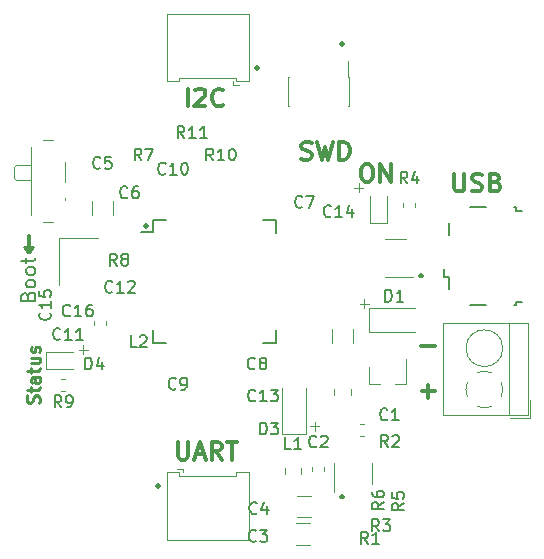
<source format=gbr>
G04 #@! TF.GenerationSoftware,KiCad,Pcbnew,(5.0.1)-4*
G04 #@! TF.CreationDate,2022-09-04T20:15:09+05:45*
G04 #@! TF.ProjectId,STM32_wiith_Buck_Converter,53544D33325F77696974685F4275636B,rev?*
G04 #@! TF.SameCoordinates,Original*
G04 #@! TF.FileFunction,Legend,Top*
G04 #@! TF.FilePolarity,Positive*
%FSLAX46Y46*%
G04 Gerber Fmt 4.6, Leading zero omitted, Abs format (unit mm)*
G04 Created by KiCad (PCBNEW (5.0.1)-4) date 04-Sep-22 8:15:09 PM*
%MOMM*%
%LPD*%
G01*
G04 APERTURE LIST*
%ADD10C,0.100000*%
%ADD11C,0.250000*%
%ADD12C,0.300000*%
%ADD13C,0.200000*%
%ADD14C,0.150000*%
%ADD15C,0.120000*%
G04 APERTURE END LIST*
D10*
X136019047Y-71971428D02*
X136780952Y-71971428D01*
X136400000Y-72352380D02*
X136400000Y-71590476D01*
X135519047Y-62171428D02*
X136280952Y-62171428D01*
X135900000Y-62552380D02*
X135900000Y-61790476D01*
X112219047Y-75871428D02*
X112980952Y-75871428D01*
X112600000Y-76252380D02*
X112600000Y-75490476D01*
X131819047Y-82371428D02*
X132580952Y-82371428D01*
X132200000Y-82752380D02*
X132200000Y-81990476D01*
D11*
X108845238Y-80383333D02*
X108897619Y-80226190D01*
X108897619Y-79964285D01*
X108845238Y-79859523D01*
X108792857Y-79807142D01*
X108688095Y-79754761D01*
X108583333Y-79754761D01*
X108478571Y-79807142D01*
X108426190Y-79859523D01*
X108373809Y-79964285D01*
X108321428Y-80173809D01*
X108269047Y-80278571D01*
X108216666Y-80330952D01*
X108111904Y-80383333D01*
X108007142Y-80383333D01*
X107902380Y-80330952D01*
X107850000Y-80278571D01*
X107797619Y-80173809D01*
X107797619Y-79911904D01*
X107850000Y-79754761D01*
X108164285Y-79440476D02*
X108164285Y-79021428D01*
X107797619Y-79283333D02*
X108740476Y-79283333D01*
X108845238Y-79230952D01*
X108897619Y-79126190D01*
X108897619Y-79021428D01*
X108897619Y-78183333D02*
X108321428Y-78183333D01*
X108216666Y-78235714D01*
X108164285Y-78340476D01*
X108164285Y-78550000D01*
X108216666Y-78654761D01*
X108845238Y-78183333D02*
X108897619Y-78288095D01*
X108897619Y-78550000D01*
X108845238Y-78654761D01*
X108740476Y-78707142D01*
X108635714Y-78707142D01*
X108530952Y-78654761D01*
X108478571Y-78550000D01*
X108478571Y-78288095D01*
X108426190Y-78183333D01*
X108164285Y-77816666D02*
X108164285Y-77397619D01*
X107797619Y-77659523D02*
X108740476Y-77659523D01*
X108845238Y-77607142D01*
X108897619Y-77502380D01*
X108897619Y-77397619D01*
X108164285Y-76559523D02*
X108897619Y-76559523D01*
X108164285Y-77030952D02*
X108740476Y-77030952D01*
X108845238Y-76978571D01*
X108897619Y-76873809D01*
X108897619Y-76716666D01*
X108845238Y-76611904D01*
X108792857Y-76559523D01*
X108845238Y-76088095D02*
X108897619Y-75983333D01*
X108897619Y-75773809D01*
X108845238Y-75669047D01*
X108740476Y-75616666D01*
X108688095Y-75616666D01*
X108583333Y-75669047D01*
X108530952Y-75773809D01*
X108530952Y-75930952D01*
X108478571Y-76035714D01*
X108373809Y-76088095D01*
X108321428Y-76088095D01*
X108216666Y-76035714D01*
X108164285Y-75930952D01*
X108164285Y-75773809D01*
X108216666Y-75669047D01*
D12*
X131064285Y-59707142D02*
X131278571Y-59778571D01*
X131635714Y-59778571D01*
X131778571Y-59707142D01*
X131850000Y-59635714D01*
X131921428Y-59492857D01*
X131921428Y-59350000D01*
X131850000Y-59207142D01*
X131778571Y-59135714D01*
X131635714Y-59064285D01*
X131350000Y-58992857D01*
X131207142Y-58921428D01*
X131135714Y-58850000D01*
X131064285Y-58707142D01*
X131064285Y-58564285D01*
X131135714Y-58421428D01*
X131207142Y-58350000D01*
X131350000Y-58278571D01*
X131707142Y-58278571D01*
X131921428Y-58350000D01*
X132421428Y-58278571D02*
X132778571Y-59778571D01*
X133064285Y-58707142D01*
X133350000Y-59778571D01*
X133707142Y-58278571D01*
X134278571Y-59778571D02*
X134278571Y-58278571D01*
X134635714Y-58278571D01*
X134850000Y-58350000D01*
X134992857Y-58492857D01*
X135064285Y-58635714D01*
X135135714Y-58921428D01*
X135135714Y-59135714D01*
X135064285Y-59421428D01*
X134992857Y-59564285D01*
X134850000Y-59707142D01*
X134635714Y-59778571D01*
X134278571Y-59778571D01*
D13*
X107914285Y-71342857D02*
X107971428Y-71171428D01*
X108028571Y-71114285D01*
X108142857Y-71057142D01*
X108314285Y-71057142D01*
X108428571Y-71114285D01*
X108485714Y-71171428D01*
X108542857Y-71285714D01*
X108542857Y-71742857D01*
X107342857Y-71742857D01*
X107342857Y-71342857D01*
X107400000Y-71228571D01*
X107457142Y-71171428D01*
X107571428Y-71114285D01*
X107685714Y-71114285D01*
X107800000Y-71171428D01*
X107857142Y-71228571D01*
X107914285Y-71342857D01*
X107914285Y-71742857D01*
X108542857Y-70371428D02*
X108485714Y-70485714D01*
X108428571Y-70542857D01*
X108314285Y-70600000D01*
X107971428Y-70600000D01*
X107857142Y-70542857D01*
X107800000Y-70485714D01*
X107742857Y-70371428D01*
X107742857Y-70200000D01*
X107800000Y-70085714D01*
X107857142Y-70028571D01*
X107971428Y-69971428D01*
X108314285Y-69971428D01*
X108428571Y-70028571D01*
X108485714Y-70085714D01*
X108542857Y-70200000D01*
X108542857Y-70371428D01*
X108542857Y-69285714D02*
X108485714Y-69400000D01*
X108428571Y-69457142D01*
X108314285Y-69514285D01*
X107971428Y-69514285D01*
X107857142Y-69457142D01*
X107800000Y-69400000D01*
X107742857Y-69285714D01*
X107742857Y-69114285D01*
X107800000Y-69000000D01*
X107857142Y-68942857D01*
X107971428Y-68885714D01*
X108314285Y-68885714D01*
X108428571Y-68942857D01*
X108485714Y-69000000D01*
X108542857Y-69114285D01*
X108542857Y-69285714D01*
X107742857Y-68542857D02*
X107742857Y-68085714D01*
X107342857Y-68371428D02*
X108371428Y-68371428D01*
X108485714Y-68314285D01*
X108542857Y-68200000D01*
X108542857Y-68085714D01*
D14*
G36*
X107900000Y-66200000D02*
X107900000Y-67200000D01*
X107600000Y-67200000D01*
X107900000Y-67700000D01*
X108100000Y-67700000D01*
X108400000Y-67200000D01*
X108100000Y-67200000D01*
X108100000Y-66200000D01*
X107900000Y-66200000D01*
G37*
X107900000Y-66200000D02*
X107900000Y-67200000D01*
X107600000Y-67200000D01*
X107900000Y-67700000D01*
X108100000Y-67700000D01*
X108400000Y-67200000D01*
X108100000Y-67200000D01*
X108100000Y-66200000D01*
X107900000Y-66200000D01*
D12*
X127300000Y-51935714D02*
X127371428Y-52007142D01*
X127300000Y-52078571D01*
X127228571Y-52007142D01*
X127300000Y-51935714D01*
X127300000Y-52078571D01*
X118900000Y-87335714D02*
X118971428Y-87407142D01*
X118900000Y-87478571D01*
X118828571Y-87407142D01*
X118900000Y-87335714D01*
X118900000Y-87478571D01*
X141200000Y-69535714D02*
X141271428Y-69607142D01*
X141200000Y-69678571D01*
X141128571Y-69607142D01*
X141200000Y-69535714D01*
X141200000Y-69678571D01*
X134500000Y-88235714D02*
X134571428Y-88307142D01*
X134500000Y-88378571D01*
X134428571Y-88307142D01*
X134500000Y-88235714D01*
X134500000Y-88378571D01*
X134500000Y-49935714D02*
X134571428Y-50007142D01*
X134500000Y-50078571D01*
X134428571Y-50007142D01*
X134500000Y-49935714D01*
X134500000Y-50078571D01*
X117900000Y-65335714D02*
X117971428Y-65407142D01*
X117900000Y-65478571D01*
X117828571Y-65407142D01*
X117900000Y-65335714D01*
X117900000Y-65478571D01*
X142371428Y-75592857D02*
X141228571Y-75592857D01*
X141807142Y-79971428D02*
X141807142Y-78828571D01*
X142378571Y-79400000D02*
X141235714Y-79400000D01*
X144007142Y-60978571D02*
X144007142Y-62192857D01*
X144078571Y-62335714D01*
X144150000Y-62407142D01*
X144292857Y-62478571D01*
X144578571Y-62478571D01*
X144721428Y-62407142D01*
X144792857Y-62335714D01*
X144864285Y-62192857D01*
X144864285Y-60978571D01*
X145507142Y-62407142D02*
X145721428Y-62478571D01*
X146078571Y-62478571D01*
X146221428Y-62407142D01*
X146292857Y-62335714D01*
X146364285Y-62192857D01*
X146364285Y-62050000D01*
X146292857Y-61907142D01*
X146221428Y-61835714D01*
X146078571Y-61764285D01*
X145792857Y-61692857D01*
X145650000Y-61621428D01*
X145578571Y-61550000D01*
X145507142Y-61407142D01*
X145507142Y-61264285D01*
X145578571Y-61121428D01*
X145650000Y-61050000D01*
X145792857Y-60978571D01*
X146150000Y-60978571D01*
X146364285Y-61050000D01*
X147507142Y-61692857D02*
X147721428Y-61764285D01*
X147792857Y-61835714D01*
X147864285Y-61978571D01*
X147864285Y-62192857D01*
X147792857Y-62335714D01*
X147721428Y-62407142D01*
X147578571Y-62478571D01*
X147007142Y-62478571D01*
X147007142Y-60978571D01*
X147507142Y-60978571D01*
X147650000Y-61050000D01*
X147721428Y-61121428D01*
X147792857Y-61264285D01*
X147792857Y-61407142D01*
X147721428Y-61550000D01*
X147650000Y-61621428D01*
X147507142Y-61692857D01*
X147007142Y-61692857D01*
X136471428Y-60178571D02*
X136757142Y-60178571D01*
X136900000Y-60250000D01*
X137042857Y-60392857D01*
X137114285Y-60678571D01*
X137114285Y-61178571D01*
X137042857Y-61464285D01*
X136900000Y-61607142D01*
X136757142Y-61678571D01*
X136471428Y-61678571D01*
X136328571Y-61607142D01*
X136185714Y-61464285D01*
X136114285Y-61178571D01*
X136114285Y-60678571D01*
X136185714Y-60392857D01*
X136328571Y-60250000D01*
X136471428Y-60178571D01*
X137757142Y-61678571D02*
X137757142Y-60178571D01*
X138614285Y-61678571D01*
X138614285Y-60178571D01*
X121435714Y-55278571D02*
X121435714Y-53778571D01*
X122078571Y-53921428D02*
X122150000Y-53850000D01*
X122292857Y-53778571D01*
X122650000Y-53778571D01*
X122792857Y-53850000D01*
X122864285Y-53921428D01*
X122935714Y-54064285D01*
X122935714Y-54207142D01*
X122864285Y-54421428D01*
X122007142Y-55278571D01*
X122935714Y-55278571D01*
X124435714Y-55135714D02*
X124364285Y-55207142D01*
X124150000Y-55278571D01*
X124007142Y-55278571D01*
X123792857Y-55207142D01*
X123650000Y-55064285D01*
X123578571Y-54921428D01*
X123507142Y-54635714D01*
X123507142Y-54421428D01*
X123578571Y-54135714D01*
X123650000Y-53992857D01*
X123792857Y-53850000D01*
X124007142Y-53778571D01*
X124150000Y-53778571D01*
X124364285Y-53850000D01*
X124435714Y-53921428D01*
X120607142Y-83678571D02*
X120607142Y-84892857D01*
X120678571Y-85035714D01*
X120750000Y-85107142D01*
X120892857Y-85178571D01*
X121178571Y-85178571D01*
X121321428Y-85107142D01*
X121392857Y-85035714D01*
X121464285Y-84892857D01*
X121464285Y-83678571D01*
X122107142Y-84750000D02*
X122821428Y-84750000D01*
X121964285Y-85178571D02*
X122464285Y-83678571D01*
X122964285Y-85178571D01*
X124321428Y-85178571D02*
X123821428Y-84464285D01*
X123464285Y-85178571D02*
X123464285Y-83678571D01*
X124035714Y-83678571D01*
X124178571Y-83750000D01*
X124250000Y-83821428D01*
X124321428Y-83964285D01*
X124321428Y-84178571D01*
X124250000Y-84321428D01*
X124178571Y-84392857D01*
X124035714Y-84464285D01*
X123464285Y-84464285D01*
X124750000Y-83678571D02*
X125607142Y-83678571D01*
X125178571Y-85178571D02*
X125178571Y-83678571D01*
D15*
G04 #@! TO.C,L1*
X131060000Y-85853922D02*
X131060000Y-86371078D01*
X129640000Y-85853922D02*
X129640000Y-86371078D01*
D14*
G04 #@! TO.C,J5*
X145300000Y-72100000D02*
X146700000Y-72100000D01*
X149100000Y-72100000D02*
X149250000Y-72100000D01*
X149250000Y-72100000D02*
X149250000Y-71800000D01*
X149250000Y-71800000D02*
X149700000Y-71800000D01*
X149700000Y-64100000D02*
X149250000Y-64100000D01*
X149250000Y-64100000D02*
X149250000Y-63800000D01*
X149250000Y-63800000D02*
X149100000Y-63800000D01*
X146700000Y-63800000D02*
X145300000Y-63800000D01*
X143125000Y-69025000D02*
X143125000Y-69750000D01*
X143125000Y-69750000D02*
X143550000Y-69750000D01*
X143550000Y-69750000D02*
X143550000Y-70750000D01*
X143550000Y-66150000D02*
X143550000Y-65150000D01*
D15*
G04 #@! TO.C,R4*
X139690000Y-63800279D02*
X139690000Y-63474721D01*
X140710000Y-63800279D02*
X140710000Y-63474721D01*
G04 #@! TO.C,C11*
X113490000Y-73437221D02*
X113490000Y-73762779D01*
X114510000Y-73437221D02*
X114510000Y-73762779D01*
G04 #@! TO.C,C1*
X136049721Y-83210000D02*
X136375279Y-83210000D01*
X136049721Y-82190000D02*
X136375279Y-82190000D01*
G04 #@! TO.C,C2*
X133010000Y-85837221D02*
X133010000Y-86162779D01*
X131990000Y-85837221D02*
X131990000Y-86162779D01*
G04 #@! TO.C,C3*
X130597936Y-90590000D02*
X131802064Y-90590000D01*
X130597936Y-92410000D02*
X131802064Y-92410000D01*
G04 #@! TO.C,C4*
X130647936Y-88240000D02*
X131852064Y-88240000D01*
X130647936Y-90060000D02*
X131852064Y-90060000D01*
G04 #@! TO.C,C5*
X115110000Y-64502064D02*
X115110000Y-63297936D01*
X113290000Y-64502064D02*
X113290000Y-63297936D01*
G04 #@! TO.C,D1*
X136800000Y-72350000D02*
X136800000Y-74350000D01*
X136800000Y-74350000D02*
X140700000Y-74350000D01*
X136800000Y-72350000D02*
X140700000Y-72350000D01*
G04 #@! TO.C,D2*
X138335000Y-65122500D02*
X138335000Y-62837500D01*
X136865000Y-65122500D02*
X138335000Y-65122500D01*
X136865000Y-62837500D02*
X136865000Y-65122500D01*
G04 #@! TO.C,D3*
X129450000Y-83000000D02*
X129450000Y-79100000D01*
X131450000Y-83000000D02*
X131450000Y-79100000D01*
X129450000Y-83000000D02*
X131450000Y-83000000D01*
G04 #@! TO.C,D4*
X111700000Y-76065000D02*
X109415000Y-76065000D01*
X109415000Y-76065000D02*
X109415000Y-77535000D01*
X109415000Y-77535000D02*
X111700000Y-77535000D01*
G04 #@! TO.C,F1*
X135460000Y-75352064D02*
X135460000Y-74147936D01*
X133640000Y-75352064D02*
X133640000Y-74147936D01*
G04 #@! TO.C,FB1*
X135260000Y-79191422D02*
X135260000Y-79708578D01*
X133840000Y-79191422D02*
X133840000Y-79708578D01*
G04 #@! TO.C,J1*
X135060000Y-52790000D02*
X135060000Y-55210000D01*
X129940000Y-52790000D02*
X129940000Y-55210000D01*
X135010000Y-51410000D02*
X135010000Y-52790000D01*
X135060000Y-52790000D02*
X135010000Y-52790000D01*
X135060000Y-55210000D02*
X135010000Y-55210000D01*
X129990000Y-52790000D02*
X129940000Y-52790000D01*
X129990000Y-55210000D02*
X129940000Y-55210000D01*
G04 #@! TO.C,J2*
X147981385Y-78642413D02*
G75*
G02X148105000Y-79250000I-1431385J-607587D01*
G01*
X145942258Y-77817891D02*
G75*
G02X147158000Y-77818000I607742J-1432109D01*
G01*
X145117891Y-79857742D02*
G75*
G02X145118000Y-78642000I1432109J607742D01*
G01*
X147157742Y-80682109D02*
G75*
G02X145942000Y-80682000I-607742J1432109D01*
G01*
X148105492Y-79222989D02*
G75*
G02X147982000Y-79858000I-1555492J-27011D01*
G01*
X148105000Y-75750000D02*
G75*
G03X148105000Y-75750000I-1555000J0D01*
G01*
X148650000Y-81410000D02*
X148650000Y-73590000D01*
X143090000Y-81410000D02*
X143090000Y-73590000D01*
X150210000Y-81410000D02*
X150210000Y-73590000D01*
X143090000Y-81410000D02*
X150210000Y-81410000D01*
X143090000Y-73590000D02*
X150210000Y-73590000D01*
X148710000Y-81650000D02*
X150450000Y-81650000D01*
X150450000Y-81650000D02*
X150450000Y-80150000D01*
G04 #@! TO.C,J3*
X121000000Y-86250000D02*
X121000000Y-85950000D01*
X121000000Y-85950000D02*
X120500000Y-85950000D01*
X123125000Y-86540000D02*
X120710000Y-86540000D01*
X120710000Y-86540000D02*
X120710000Y-86240000D01*
X120710000Y-86240000D02*
X119640000Y-86240000D01*
X119640000Y-86240000D02*
X119640000Y-91960000D01*
X119640000Y-91960000D02*
X123125000Y-91960000D01*
X123125000Y-86540000D02*
X125540000Y-86540000D01*
X125540000Y-86540000D02*
X125540000Y-86240000D01*
X125540000Y-86240000D02*
X126610000Y-86240000D01*
X126610000Y-86240000D02*
X126610000Y-91960000D01*
X126610000Y-91960000D02*
X123125000Y-91960000D01*
G04 #@! TO.C,J4*
X119640000Y-47440000D02*
X123125000Y-47440000D01*
X119640000Y-53160000D02*
X119640000Y-47440000D01*
X120710000Y-53160000D02*
X119640000Y-53160000D01*
X120710000Y-52860000D02*
X120710000Y-53160000D01*
X123125000Y-52860000D02*
X120710000Y-52860000D01*
X126610000Y-47440000D02*
X123125000Y-47440000D01*
X126610000Y-53160000D02*
X126610000Y-47440000D01*
X125540000Y-53160000D02*
X126610000Y-53160000D01*
X125540000Y-52860000D02*
X125540000Y-53160000D01*
X123125000Y-52860000D02*
X125540000Y-52860000D01*
X125250000Y-53450000D02*
X125750000Y-53450000D01*
X125250000Y-53150000D02*
X125250000Y-53450000D01*
G04 #@! TO.C,Q1*
X136770000Y-78810000D02*
X137700000Y-78810000D01*
X139930000Y-78810000D02*
X139000000Y-78810000D01*
X139930000Y-78810000D02*
X139930000Y-76650000D01*
X136770000Y-78810000D02*
X136770000Y-77350000D01*
G04 #@! TO.C,R9*
X110737221Y-78390000D02*
X111062779Y-78390000D01*
X110737221Y-79410000D02*
X111062779Y-79410000D01*
G04 #@! TO.C,SW1*
X111050000Y-63000000D02*
X111050000Y-63200000D01*
X106910000Y-60200000D02*
X106700000Y-60400000D01*
X106910000Y-61500000D02*
X106700000Y-61300000D01*
X108200000Y-60200000D02*
X106910000Y-60200000D01*
X106700000Y-60400000D02*
X106700000Y-61300000D01*
X106910000Y-61500000D02*
X108200000Y-61500000D01*
X108200000Y-58750000D02*
X108200000Y-64450000D01*
X111050000Y-60000000D02*
X111050000Y-61700000D01*
X110000000Y-58150000D02*
X109210000Y-58150000D01*
X109210000Y-65050000D02*
X110000000Y-65050000D01*
G04 #@! TO.C,U1*
X133840000Y-85450000D02*
X133840000Y-87900000D01*
X137060000Y-87250000D02*
X137060000Y-85450000D01*
G04 #@! TO.C,U2*
X139900000Y-66490000D02*
X138100000Y-66490000D01*
X138100000Y-69710000D02*
X140550000Y-69710000D01*
D14*
G04 #@! TO.C,U3*
X118525000Y-64925000D02*
X118525000Y-65925000D01*
X128875000Y-64925000D02*
X128875000Y-66000000D01*
X128875000Y-75275000D02*
X128875000Y-74200000D01*
X118525000Y-75275000D02*
X118525000Y-74200000D01*
X118525000Y-64925000D02*
X119600000Y-64925000D01*
X118525000Y-75275000D02*
X119600000Y-75275000D01*
X128875000Y-75275000D02*
X127800000Y-75275000D01*
X128875000Y-64925000D02*
X127800000Y-64925000D01*
X118525000Y-65925000D02*
X117500000Y-65925000D01*
D15*
G04 #@! TO.C,Y1*
X113850000Y-66400000D02*
X110550000Y-66400000D01*
X110550000Y-66400000D02*
X110550000Y-70400000D01*
G04 #@! TO.C,L1*
D14*
X130183333Y-84302380D02*
X129707142Y-84302380D01*
X129707142Y-83302380D01*
X131040476Y-84302380D02*
X130469047Y-84302380D01*
X130754761Y-84302380D02*
X130754761Y-83302380D01*
X130659523Y-83445238D01*
X130564285Y-83540476D01*
X130469047Y-83588095D01*
G04 #@! TO.C,R4*
X140033333Y-61802380D02*
X139700000Y-61326190D01*
X139461904Y-61802380D02*
X139461904Y-60802380D01*
X139842857Y-60802380D01*
X139938095Y-60850000D01*
X139985714Y-60897619D01*
X140033333Y-60992857D01*
X140033333Y-61135714D01*
X139985714Y-61230952D01*
X139938095Y-61278571D01*
X139842857Y-61326190D01*
X139461904Y-61326190D01*
X140890476Y-61135714D02*
X140890476Y-61802380D01*
X140652380Y-60754761D02*
X140414285Y-61469047D01*
X141033333Y-61469047D01*
G04 #@! TO.C,R1*
X136683333Y-92302380D02*
X136350000Y-91826190D01*
X136111904Y-92302380D02*
X136111904Y-91302380D01*
X136492857Y-91302380D01*
X136588095Y-91350000D01*
X136635714Y-91397619D01*
X136683333Y-91492857D01*
X136683333Y-91635714D01*
X136635714Y-91730952D01*
X136588095Y-91778571D01*
X136492857Y-91826190D01*
X136111904Y-91826190D01*
X137635714Y-92302380D02*
X137064285Y-92302380D01*
X137350000Y-92302380D02*
X137350000Y-91302380D01*
X137254761Y-91445238D01*
X137159523Y-91540476D01*
X137064285Y-91588095D01*
G04 #@! TO.C,R3*
X137633333Y-91252380D02*
X137300000Y-90776190D01*
X137061904Y-91252380D02*
X137061904Y-90252380D01*
X137442857Y-90252380D01*
X137538095Y-90300000D01*
X137585714Y-90347619D01*
X137633333Y-90442857D01*
X137633333Y-90585714D01*
X137585714Y-90680952D01*
X137538095Y-90728571D01*
X137442857Y-90776190D01*
X137061904Y-90776190D01*
X137966666Y-90252380D02*
X138585714Y-90252380D01*
X138252380Y-90633333D01*
X138395238Y-90633333D01*
X138490476Y-90680952D01*
X138538095Y-90728571D01*
X138585714Y-90823809D01*
X138585714Y-91061904D01*
X138538095Y-91157142D01*
X138490476Y-91204761D01*
X138395238Y-91252380D01*
X138109523Y-91252380D01*
X138014285Y-91204761D01*
X137966666Y-91157142D01*
G04 #@! TO.C,R6*
X138052380Y-88766666D02*
X137576190Y-89100000D01*
X138052380Y-89338095D02*
X137052380Y-89338095D01*
X137052380Y-88957142D01*
X137100000Y-88861904D01*
X137147619Y-88814285D01*
X137242857Y-88766666D01*
X137385714Y-88766666D01*
X137480952Y-88814285D01*
X137528571Y-88861904D01*
X137576190Y-88957142D01*
X137576190Y-89338095D01*
X137052380Y-87909523D02*
X137052380Y-88100000D01*
X137100000Y-88195238D01*
X137147619Y-88242857D01*
X137290476Y-88338095D01*
X137480952Y-88385714D01*
X137861904Y-88385714D01*
X137957142Y-88338095D01*
X138004761Y-88290476D01*
X138052380Y-88195238D01*
X138052380Y-88004761D01*
X138004761Y-87909523D01*
X137957142Y-87861904D01*
X137861904Y-87814285D01*
X137623809Y-87814285D01*
X137528571Y-87861904D01*
X137480952Y-87909523D01*
X137433333Y-88004761D01*
X137433333Y-88195238D01*
X137480952Y-88290476D01*
X137528571Y-88338095D01*
X137623809Y-88385714D01*
G04 #@! TO.C,C12*
X115057142Y-70957142D02*
X115009523Y-71004761D01*
X114866666Y-71052380D01*
X114771428Y-71052380D01*
X114628571Y-71004761D01*
X114533333Y-70909523D01*
X114485714Y-70814285D01*
X114438095Y-70623809D01*
X114438095Y-70480952D01*
X114485714Y-70290476D01*
X114533333Y-70195238D01*
X114628571Y-70100000D01*
X114771428Y-70052380D01*
X114866666Y-70052380D01*
X115009523Y-70100000D01*
X115057142Y-70147619D01*
X116009523Y-71052380D02*
X115438095Y-71052380D01*
X115723809Y-71052380D02*
X115723809Y-70052380D01*
X115628571Y-70195238D01*
X115533333Y-70290476D01*
X115438095Y-70338095D01*
X116390476Y-70147619D02*
X116438095Y-70100000D01*
X116533333Y-70052380D01*
X116771428Y-70052380D01*
X116866666Y-70100000D01*
X116914285Y-70147619D01*
X116961904Y-70242857D01*
X116961904Y-70338095D01*
X116914285Y-70480952D01*
X116342857Y-71052380D01*
X116961904Y-71052380D01*
G04 #@! TO.C,C14*
X133557142Y-64557142D02*
X133509523Y-64604761D01*
X133366666Y-64652380D01*
X133271428Y-64652380D01*
X133128571Y-64604761D01*
X133033333Y-64509523D01*
X132985714Y-64414285D01*
X132938095Y-64223809D01*
X132938095Y-64080952D01*
X132985714Y-63890476D01*
X133033333Y-63795238D01*
X133128571Y-63700000D01*
X133271428Y-63652380D01*
X133366666Y-63652380D01*
X133509523Y-63700000D01*
X133557142Y-63747619D01*
X134509523Y-64652380D02*
X133938095Y-64652380D01*
X134223809Y-64652380D02*
X134223809Y-63652380D01*
X134128571Y-63795238D01*
X134033333Y-63890476D01*
X133938095Y-63938095D01*
X135366666Y-63985714D02*
X135366666Y-64652380D01*
X135128571Y-63604761D02*
X134890476Y-64319047D01*
X135509523Y-64319047D01*
G04 #@! TO.C,C13*
X127172142Y-80157142D02*
X127124523Y-80204761D01*
X126981666Y-80252380D01*
X126886428Y-80252380D01*
X126743571Y-80204761D01*
X126648333Y-80109523D01*
X126600714Y-80014285D01*
X126553095Y-79823809D01*
X126553095Y-79680952D01*
X126600714Y-79490476D01*
X126648333Y-79395238D01*
X126743571Y-79300000D01*
X126886428Y-79252380D01*
X126981666Y-79252380D01*
X127124523Y-79300000D01*
X127172142Y-79347619D01*
X128124523Y-80252380D02*
X127553095Y-80252380D01*
X127838809Y-80252380D02*
X127838809Y-79252380D01*
X127743571Y-79395238D01*
X127648333Y-79490476D01*
X127553095Y-79538095D01*
X128457857Y-79252380D02*
X129076904Y-79252380D01*
X128743571Y-79633333D01*
X128886428Y-79633333D01*
X128981666Y-79680952D01*
X129029285Y-79728571D01*
X129076904Y-79823809D01*
X129076904Y-80061904D01*
X129029285Y-80157142D01*
X128981666Y-80204761D01*
X128886428Y-80252380D01*
X128600714Y-80252380D01*
X128505476Y-80204761D01*
X128457857Y-80157142D01*
G04 #@! TO.C,C6*
X116333333Y-62957142D02*
X116285714Y-63004761D01*
X116142857Y-63052380D01*
X116047619Y-63052380D01*
X115904761Y-63004761D01*
X115809523Y-62909523D01*
X115761904Y-62814285D01*
X115714285Y-62623809D01*
X115714285Y-62480952D01*
X115761904Y-62290476D01*
X115809523Y-62195238D01*
X115904761Y-62100000D01*
X116047619Y-62052380D01*
X116142857Y-62052380D01*
X116285714Y-62100000D01*
X116333333Y-62147619D01*
X117190476Y-62052380D02*
X117000000Y-62052380D01*
X116904761Y-62100000D01*
X116857142Y-62147619D01*
X116761904Y-62290476D01*
X116714285Y-62480952D01*
X116714285Y-62861904D01*
X116761904Y-62957142D01*
X116809523Y-63004761D01*
X116904761Y-63052380D01*
X117095238Y-63052380D01*
X117190476Y-63004761D01*
X117238095Y-62957142D01*
X117285714Y-62861904D01*
X117285714Y-62623809D01*
X117238095Y-62528571D01*
X117190476Y-62480952D01*
X117095238Y-62433333D01*
X116904761Y-62433333D01*
X116809523Y-62480952D01*
X116761904Y-62528571D01*
X116714285Y-62623809D01*
G04 #@! TO.C,C7*
X131133333Y-63757142D02*
X131085714Y-63804761D01*
X130942857Y-63852380D01*
X130847619Y-63852380D01*
X130704761Y-63804761D01*
X130609523Y-63709523D01*
X130561904Y-63614285D01*
X130514285Y-63423809D01*
X130514285Y-63280952D01*
X130561904Y-63090476D01*
X130609523Y-62995238D01*
X130704761Y-62900000D01*
X130847619Y-62852380D01*
X130942857Y-62852380D01*
X131085714Y-62900000D01*
X131133333Y-62947619D01*
X131466666Y-62852380D02*
X132133333Y-62852380D01*
X131704761Y-63852380D01*
G04 #@! TO.C,C8*
X127133333Y-77457142D02*
X127085714Y-77504761D01*
X126942857Y-77552380D01*
X126847619Y-77552380D01*
X126704761Y-77504761D01*
X126609523Y-77409523D01*
X126561904Y-77314285D01*
X126514285Y-77123809D01*
X126514285Y-76980952D01*
X126561904Y-76790476D01*
X126609523Y-76695238D01*
X126704761Y-76600000D01*
X126847619Y-76552380D01*
X126942857Y-76552380D01*
X127085714Y-76600000D01*
X127133333Y-76647619D01*
X127704761Y-76980952D02*
X127609523Y-76933333D01*
X127561904Y-76885714D01*
X127514285Y-76790476D01*
X127514285Y-76742857D01*
X127561904Y-76647619D01*
X127609523Y-76600000D01*
X127704761Y-76552380D01*
X127895238Y-76552380D01*
X127990476Y-76600000D01*
X128038095Y-76647619D01*
X128085714Y-76742857D01*
X128085714Y-76790476D01*
X128038095Y-76885714D01*
X127990476Y-76933333D01*
X127895238Y-76980952D01*
X127704761Y-76980952D01*
X127609523Y-77028571D01*
X127561904Y-77076190D01*
X127514285Y-77171428D01*
X127514285Y-77361904D01*
X127561904Y-77457142D01*
X127609523Y-77504761D01*
X127704761Y-77552380D01*
X127895238Y-77552380D01*
X127990476Y-77504761D01*
X128038095Y-77457142D01*
X128085714Y-77361904D01*
X128085714Y-77171428D01*
X128038095Y-77076190D01*
X127990476Y-77028571D01*
X127895238Y-76980952D01*
G04 #@! TO.C,C9*
X120433333Y-79157142D02*
X120385714Y-79204761D01*
X120242857Y-79252380D01*
X120147619Y-79252380D01*
X120004761Y-79204761D01*
X119909523Y-79109523D01*
X119861904Y-79014285D01*
X119814285Y-78823809D01*
X119814285Y-78680952D01*
X119861904Y-78490476D01*
X119909523Y-78395238D01*
X120004761Y-78300000D01*
X120147619Y-78252380D01*
X120242857Y-78252380D01*
X120385714Y-78300000D01*
X120433333Y-78347619D01*
X120909523Y-79252380D02*
X121100000Y-79252380D01*
X121195238Y-79204761D01*
X121242857Y-79157142D01*
X121338095Y-79014285D01*
X121385714Y-78823809D01*
X121385714Y-78442857D01*
X121338095Y-78347619D01*
X121290476Y-78300000D01*
X121195238Y-78252380D01*
X121004761Y-78252380D01*
X120909523Y-78300000D01*
X120861904Y-78347619D01*
X120814285Y-78442857D01*
X120814285Y-78680952D01*
X120861904Y-78776190D01*
X120909523Y-78823809D01*
X121004761Y-78871428D01*
X121195238Y-78871428D01*
X121290476Y-78823809D01*
X121338095Y-78776190D01*
X121385714Y-78680952D01*
G04 #@! TO.C,C10*
X119557142Y-60957142D02*
X119509523Y-61004761D01*
X119366666Y-61052380D01*
X119271428Y-61052380D01*
X119128571Y-61004761D01*
X119033333Y-60909523D01*
X118985714Y-60814285D01*
X118938095Y-60623809D01*
X118938095Y-60480952D01*
X118985714Y-60290476D01*
X119033333Y-60195238D01*
X119128571Y-60100000D01*
X119271428Y-60052380D01*
X119366666Y-60052380D01*
X119509523Y-60100000D01*
X119557142Y-60147619D01*
X120509523Y-61052380D02*
X119938095Y-61052380D01*
X120223809Y-61052380D02*
X120223809Y-60052380D01*
X120128571Y-60195238D01*
X120033333Y-60290476D01*
X119938095Y-60338095D01*
X121128571Y-60052380D02*
X121223809Y-60052380D01*
X121319047Y-60100000D01*
X121366666Y-60147619D01*
X121414285Y-60242857D01*
X121461904Y-60433333D01*
X121461904Y-60671428D01*
X121414285Y-60861904D01*
X121366666Y-60957142D01*
X121319047Y-61004761D01*
X121223809Y-61052380D01*
X121128571Y-61052380D01*
X121033333Y-61004761D01*
X120985714Y-60957142D01*
X120938095Y-60861904D01*
X120890476Y-60671428D01*
X120890476Y-60433333D01*
X120938095Y-60242857D01*
X120985714Y-60147619D01*
X121033333Y-60100000D01*
X121128571Y-60052380D01*
G04 #@! TO.C,C11*
X110657142Y-74957142D02*
X110609523Y-75004761D01*
X110466666Y-75052380D01*
X110371428Y-75052380D01*
X110228571Y-75004761D01*
X110133333Y-74909523D01*
X110085714Y-74814285D01*
X110038095Y-74623809D01*
X110038095Y-74480952D01*
X110085714Y-74290476D01*
X110133333Y-74195238D01*
X110228571Y-74100000D01*
X110371428Y-74052380D01*
X110466666Y-74052380D01*
X110609523Y-74100000D01*
X110657142Y-74147619D01*
X111609523Y-75052380D02*
X111038095Y-75052380D01*
X111323809Y-75052380D02*
X111323809Y-74052380D01*
X111228571Y-74195238D01*
X111133333Y-74290476D01*
X111038095Y-74338095D01*
X112561904Y-75052380D02*
X111990476Y-75052380D01*
X112276190Y-75052380D02*
X112276190Y-74052380D01*
X112180952Y-74195238D01*
X112085714Y-74290476D01*
X111990476Y-74338095D01*
G04 #@! TO.C,C16*
X111487142Y-72957142D02*
X111439523Y-73004761D01*
X111296666Y-73052380D01*
X111201428Y-73052380D01*
X111058571Y-73004761D01*
X110963333Y-72909523D01*
X110915714Y-72814285D01*
X110868095Y-72623809D01*
X110868095Y-72480952D01*
X110915714Y-72290476D01*
X110963333Y-72195238D01*
X111058571Y-72100000D01*
X111201428Y-72052380D01*
X111296666Y-72052380D01*
X111439523Y-72100000D01*
X111487142Y-72147619D01*
X112439523Y-73052380D02*
X111868095Y-73052380D01*
X112153809Y-73052380D02*
X112153809Y-72052380D01*
X112058571Y-72195238D01*
X111963333Y-72290476D01*
X111868095Y-72338095D01*
X113296666Y-72052380D02*
X113106190Y-72052380D01*
X113010952Y-72100000D01*
X112963333Y-72147619D01*
X112868095Y-72290476D01*
X112820476Y-72480952D01*
X112820476Y-72861904D01*
X112868095Y-72957142D01*
X112915714Y-73004761D01*
X113010952Y-73052380D01*
X113201428Y-73052380D01*
X113296666Y-73004761D01*
X113344285Y-72957142D01*
X113391904Y-72861904D01*
X113391904Y-72623809D01*
X113344285Y-72528571D01*
X113296666Y-72480952D01*
X113201428Y-72433333D01*
X113010952Y-72433333D01*
X112915714Y-72480952D01*
X112868095Y-72528571D01*
X112820476Y-72623809D01*
G04 #@! TO.C,C15*
X109757142Y-72742857D02*
X109804761Y-72790476D01*
X109852380Y-72933333D01*
X109852380Y-73028571D01*
X109804761Y-73171428D01*
X109709523Y-73266666D01*
X109614285Y-73314285D01*
X109423809Y-73361904D01*
X109280952Y-73361904D01*
X109090476Y-73314285D01*
X108995238Y-73266666D01*
X108900000Y-73171428D01*
X108852380Y-73028571D01*
X108852380Y-72933333D01*
X108900000Y-72790476D01*
X108947619Y-72742857D01*
X109852380Y-71790476D02*
X109852380Y-72361904D01*
X109852380Y-72076190D02*
X108852380Y-72076190D01*
X108995238Y-72171428D01*
X109090476Y-72266666D01*
X109138095Y-72361904D01*
X108852380Y-70885714D02*
X108852380Y-71361904D01*
X109328571Y-71409523D01*
X109280952Y-71361904D01*
X109233333Y-71266666D01*
X109233333Y-71028571D01*
X109280952Y-70933333D01*
X109328571Y-70885714D01*
X109423809Y-70838095D01*
X109661904Y-70838095D01*
X109757142Y-70885714D01*
X109804761Y-70933333D01*
X109852380Y-71028571D01*
X109852380Y-71266666D01*
X109804761Y-71361904D01*
X109757142Y-71409523D01*
G04 #@! TO.C,C1*
X138333333Y-81757142D02*
X138285714Y-81804761D01*
X138142857Y-81852380D01*
X138047619Y-81852380D01*
X137904761Y-81804761D01*
X137809523Y-81709523D01*
X137761904Y-81614285D01*
X137714285Y-81423809D01*
X137714285Y-81280952D01*
X137761904Y-81090476D01*
X137809523Y-80995238D01*
X137904761Y-80900000D01*
X138047619Y-80852380D01*
X138142857Y-80852380D01*
X138285714Y-80900000D01*
X138333333Y-80947619D01*
X139285714Y-81852380D02*
X138714285Y-81852380D01*
X139000000Y-81852380D02*
X139000000Y-80852380D01*
X138904761Y-80995238D01*
X138809523Y-81090476D01*
X138714285Y-81138095D01*
G04 #@! TO.C,C2*
X132333333Y-84057142D02*
X132285714Y-84104761D01*
X132142857Y-84152380D01*
X132047619Y-84152380D01*
X131904761Y-84104761D01*
X131809523Y-84009523D01*
X131761904Y-83914285D01*
X131714285Y-83723809D01*
X131714285Y-83580952D01*
X131761904Y-83390476D01*
X131809523Y-83295238D01*
X131904761Y-83200000D01*
X132047619Y-83152380D01*
X132142857Y-83152380D01*
X132285714Y-83200000D01*
X132333333Y-83247619D01*
X132714285Y-83247619D02*
X132761904Y-83200000D01*
X132857142Y-83152380D01*
X133095238Y-83152380D01*
X133190476Y-83200000D01*
X133238095Y-83247619D01*
X133285714Y-83342857D01*
X133285714Y-83438095D01*
X133238095Y-83580952D01*
X132666666Y-84152380D01*
X133285714Y-84152380D01*
G04 #@! TO.C,C3*
X127208333Y-92032142D02*
X127160714Y-92079761D01*
X127017857Y-92127380D01*
X126922619Y-92127380D01*
X126779761Y-92079761D01*
X126684523Y-91984523D01*
X126636904Y-91889285D01*
X126589285Y-91698809D01*
X126589285Y-91555952D01*
X126636904Y-91365476D01*
X126684523Y-91270238D01*
X126779761Y-91175000D01*
X126922619Y-91127380D01*
X127017857Y-91127380D01*
X127160714Y-91175000D01*
X127208333Y-91222619D01*
X127541666Y-91127380D02*
X128160714Y-91127380D01*
X127827380Y-91508333D01*
X127970238Y-91508333D01*
X128065476Y-91555952D01*
X128113095Y-91603571D01*
X128160714Y-91698809D01*
X128160714Y-91936904D01*
X128113095Y-92032142D01*
X128065476Y-92079761D01*
X127970238Y-92127380D01*
X127684523Y-92127380D01*
X127589285Y-92079761D01*
X127541666Y-92032142D01*
G04 #@! TO.C,C4*
X127283333Y-89707142D02*
X127235714Y-89754761D01*
X127092857Y-89802380D01*
X126997619Y-89802380D01*
X126854761Y-89754761D01*
X126759523Y-89659523D01*
X126711904Y-89564285D01*
X126664285Y-89373809D01*
X126664285Y-89230952D01*
X126711904Y-89040476D01*
X126759523Y-88945238D01*
X126854761Y-88850000D01*
X126997619Y-88802380D01*
X127092857Y-88802380D01*
X127235714Y-88850000D01*
X127283333Y-88897619D01*
X128140476Y-89135714D02*
X128140476Y-89802380D01*
X127902380Y-88754761D02*
X127664285Y-89469047D01*
X128283333Y-89469047D01*
G04 #@! TO.C,C5*
X114033333Y-60457142D02*
X113985714Y-60504761D01*
X113842857Y-60552380D01*
X113747619Y-60552380D01*
X113604761Y-60504761D01*
X113509523Y-60409523D01*
X113461904Y-60314285D01*
X113414285Y-60123809D01*
X113414285Y-59980952D01*
X113461904Y-59790476D01*
X113509523Y-59695238D01*
X113604761Y-59600000D01*
X113747619Y-59552380D01*
X113842857Y-59552380D01*
X113985714Y-59600000D01*
X114033333Y-59647619D01*
X114938095Y-59552380D02*
X114461904Y-59552380D01*
X114414285Y-60028571D01*
X114461904Y-59980952D01*
X114557142Y-59933333D01*
X114795238Y-59933333D01*
X114890476Y-59980952D01*
X114938095Y-60028571D01*
X114985714Y-60123809D01*
X114985714Y-60361904D01*
X114938095Y-60457142D01*
X114890476Y-60504761D01*
X114795238Y-60552380D01*
X114557142Y-60552380D01*
X114461904Y-60504761D01*
X114414285Y-60457142D01*
G04 #@! TO.C,D1*
X138161904Y-71802380D02*
X138161904Y-70802380D01*
X138400000Y-70802380D01*
X138542857Y-70850000D01*
X138638095Y-70945238D01*
X138685714Y-71040476D01*
X138733333Y-71230952D01*
X138733333Y-71373809D01*
X138685714Y-71564285D01*
X138638095Y-71659523D01*
X138542857Y-71754761D01*
X138400000Y-71802380D01*
X138161904Y-71802380D01*
X139685714Y-71802380D02*
X139114285Y-71802380D01*
X139400000Y-71802380D02*
X139400000Y-70802380D01*
X139304761Y-70945238D01*
X139209523Y-71040476D01*
X139114285Y-71088095D01*
G04 #@! TO.C,D3*
X127571904Y-83052380D02*
X127571904Y-82052380D01*
X127810000Y-82052380D01*
X127952857Y-82100000D01*
X128048095Y-82195238D01*
X128095714Y-82290476D01*
X128143333Y-82480952D01*
X128143333Y-82623809D01*
X128095714Y-82814285D01*
X128048095Y-82909523D01*
X127952857Y-83004761D01*
X127810000Y-83052380D01*
X127571904Y-83052380D01*
X128476666Y-82052380D02*
X129095714Y-82052380D01*
X128762380Y-82433333D01*
X128905238Y-82433333D01*
X129000476Y-82480952D01*
X129048095Y-82528571D01*
X129095714Y-82623809D01*
X129095714Y-82861904D01*
X129048095Y-82957142D01*
X129000476Y-83004761D01*
X128905238Y-83052380D01*
X128619523Y-83052380D01*
X128524285Y-83004761D01*
X128476666Y-82957142D01*
G04 #@! TO.C,D4*
X112761904Y-77552380D02*
X112761904Y-76552380D01*
X113000000Y-76552380D01*
X113142857Y-76600000D01*
X113238095Y-76695238D01*
X113285714Y-76790476D01*
X113333333Y-76980952D01*
X113333333Y-77123809D01*
X113285714Y-77314285D01*
X113238095Y-77409523D01*
X113142857Y-77504761D01*
X113000000Y-77552380D01*
X112761904Y-77552380D01*
X114190476Y-76885714D02*
X114190476Y-77552380D01*
X113952380Y-76504761D02*
X113714285Y-77219047D01*
X114333333Y-77219047D01*
G04 #@! TO.C,L2*
X117103333Y-75672380D02*
X116627142Y-75672380D01*
X116627142Y-74672380D01*
X117389047Y-74767619D02*
X117436666Y-74720000D01*
X117531904Y-74672380D01*
X117770000Y-74672380D01*
X117865238Y-74720000D01*
X117912857Y-74767619D01*
X117960476Y-74862857D01*
X117960476Y-74958095D01*
X117912857Y-75100952D01*
X117341428Y-75672380D01*
X117960476Y-75672380D01*
G04 #@! TO.C,R2*
X138383333Y-84102380D02*
X138050000Y-83626190D01*
X137811904Y-84102380D02*
X137811904Y-83102380D01*
X138192857Y-83102380D01*
X138288095Y-83150000D01*
X138335714Y-83197619D01*
X138383333Y-83292857D01*
X138383333Y-83435714D01*
X138335714Y-83530952D01*
X138288095Y-83578571D01*
X138192857Y-83626190D01*
X137811904Y-83626190D01*
X138764285Y-83197619D02*
X138811904Y-83150000D01*
X138907142Y-83102380D01*
X139145238Y-83102380D01*
X139240476Y-83150000D01*
X139288095Y-83197619D01*
X139335714Y-83292857D01*
X139335714Y-83388095D01*
X139288095Y-83530952D01*
X138716666Y-84102380D01*
X139335714Y-84102380D01*
G04 #@! TO.C,R5*
X139752380Y-88866666D02*
X139276190Y-89200000D01*
X139752380Y-89438095D02*
X138752380Y-89438095D01*
X138752380Y-89057142D01*
X138800000Y-88961904D01*
X138847619Y-88914285D01*
X138942857Y-88866666D01*
X139085714Y-88866666D01*
X139180952Y-88914285D01*
X139228571Y-88961904D01*
X139276190Y-89057142D01*
X139276190Y-89438095D01*
X138752380Y-87961904D02*
X138752380Y-88438095D01*
X139228571Y-88485714D01*
X139180952Y-88438095D01*
X139133333Y-88342857D01*
X139133333Y-88104761D01*
X139180952Y-88009523D01*
X139228571Y-87961904D01*
X139323809Y-87914285D01*
X139561904Y-87914285D01*
X139657142Y-87961904D01*
X139704761Y-88009523D01*
X139752380Y-88104761D01*
X139752380Y-88342857D01*
X139704761Y-88438095D01*
X139657142Y-88485714D01*
G04 #@! TO.C,R7*
X117518333Y-59852380D02*
X117185000Y-59376190D01*
X116946904Y-59852380D02*
X116946904Y-58852380D01*
X117327857Y-58852380D01*
X117423095Y-58900000D01*
X117470714Y-58947619D01*
X117518333Y-59042857D01*
X117518333Y-59185714D01*
X117470714Y-59280952D01*
X117423095Y-59328571D01*
X117327857Y-59376190D01*
X116946904Y-59376190D01*
X117851666Y-58852380D02*
X118518333Y-58852380D01*
X118089761Y-59852380D01*
G04 #@! TO.C,R8*
X115433333Y-68752380D02*
X115100000Y-68276190D01*
X114861904Y-68752380D02*
X114861904Y-67752380D01*
X115242857Y-67752380D01*
X115338095Y-67800000D01*
X115385714Y-67847619D01*
X115433333Y-67942857D01*
X115433333Y-68085714D01*
X115385714Y-68180952D01*
X115338095Y-68228571D01*
X115242857Y-68276190D01*
X114861904Y-68276190D01*
X116004761Y-68180952D02*
X115909523Y-68133333D01*
X115861904Y-68085714D01*
X115814285Y-67990476D01*
X115814285Y-67942857D01*
X115861904Y-67847619D01*
X115909523Y-67800000D01*
X116004761Y-67752380D01*
X116195238Y-67752380D01*
X116290476Y-67800000D01*
X116338095Y-67847619D01*
X116385714Y-67942857D01*
X116385714Y-67990476D01*
X116338095Y-68085714D01*
X116290476Y-68133333D01*
X116195238Y-68180952D01*
X116004761Y-68180952D01*
X115909523Y-68228571D01*
X115861904Y-68276190D01*
X115814285Y-68371428D01*
X115814285Y-68561904D01*
X115861904Y-68657142D01*
X115909523Y-68704761D01*
X116004761Y-68752380D01*
X116195238Y-68752380D01*
X116290476Y-68704761D01*
X116338095Y-68657142D01*
X116385714Y-68561904D01*
X116385714Y-68371428D01*
X116338095Y-68276190D01*
X116290476Y-68228571D01*
X116195238Y-68180952D01*
G04 #@! TO.C,R9*
X110733333Y-80752380D02*
X110400000Y-80276190D01*
X110161904Y-80752380D02*
X110161904Y-79752380D01*
X110542857Y-79752380D01*
X110638095Y-79800000D01*
X110685714Y-79847619D01*
X110733333Y-79942857D01*
X110733333Y-80085714D01*
X110685714Y-80180952D01*
X110638095Y-80228571D01*
X110542857Y-80276190D01*
X110161904Y-80276190D01*
X111209523Y-80752380D02*
X111400000Y-80752380D01*
X111495238Y-80704761D01*
X111542857Y-80657142D01*
X111638095Y-80514285D01*
X111685714Y-80323809D01*
X111685714Y-79942857D01*
X111638095Y-79847619D01*
X111590476Y-79800000D01*
X111495238Y-79752380D01*
X111304761Y-79752380D01*
X111209523Y-79800000D01*
X111161904Y-79847619D01*
X111114285Y-79942857D01*
X111114285Y-80180952D01*
X111161904Y-80276190D01*
X111209523Y-80323809D01*
X111304761Y-80371428D01*
X111495238Y-80371428D01*
X111590476Y-80323809D01*
X111638095Y-80276190D01*
X111685714Y-80180952D01*
G04 #@! TO.C,R10*
X123587142Y-59852380D02*
X123253809Y-59376190D01*
X123015714Y-59852380D02*
X123015714Y-58852380D01*
X123396666Y-58852380D01*
X123491904Y-58900000D01*
X123539523Y-58947619D01*
X123587142Y-59042857D01*
X123587142Y-59185714D01*
X123539523Y-59280952D01*
X123491904Y-59328571D01*
X123396666Y-59376190D01*
X123015714Y-59376190D01*
X124539523Y-59852380D02*
X123968095Y-59852380D01*
X124253809Y-59852380D02*
X124253809Y-58852380D01*
X124158571Y-58995238D01*
X124063333Y-59090476D01*
X123968095Y-59138095D01*
X125158571Y-58852380D02*
X125253809Y-58852380D01*
X125349047Y-58900000D01*
X125396666Y-58947619D01*
X125444285Y-59042857D01*
X125491904Y-59233333D01*
X125491904Y-59471428D01*
X125444285Y-59661904D01*
X125396666Y-59757142D01*
X125349047Y-59804761D01*
X125253809Y-59852380D01*
X125158571Y-59852380D01*
X125063333Y-59804761D01*
X125015714Y-59757142D01*
X124968095Y-59661904D01*
X124920476Y-59471428D01*
X124920476Y-59233333D01*
X124968095Y-59042857D01*
X125015714Y-58947619D01*
X125063333Y-58900000D01*
X125158571Y-58852380D01*
G04 #@! TO.C,R11*
X121157142Y-57952380D02*
X120823809Y-57476190D01*
X120585714Y-57952380D02*
X120585714Y-56952380D01*
X120966666Y-56952380D01*
X121061904Y-57000000D01*
X121109523Y-57047619D01*
X121157142Y-57142857D01*
X121157142Y-57285714D01*
X121109523Y-57380952D01*
X121061904Y-57428571D01*
X120966666Y-57476190D01*
X120585714Y-57476190D01*
X122109523Y-57952380D02*
X121538095Y-57952380D01*
X121823809Y-57952380D02*
X121823809Y-56952380D01*
X121728571Y-57095238D01*
X121633333Y-57190476D01*
X121538095Y-57238095D01*
X123061904Y-57952380D02*
X122490476Y-57952380D01*
X122776190Y-57952380D02*
X122776190Y-56952380D01*
X122680952Y-57095238D01*
X122585714Y-57190476D01*
X122490476Y-57238095D01*
G04 #@! TD*
M02*

</source>
